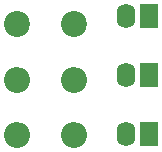
<source format=gbs>
G04 #@! TF.FileFunction,Soldermask,Bot*
%FSLAX46Y46*%
G04 Gerber Fmt 4.6, Leading zero omitted, Abs format (unit mm)*
G04 Created by KiCad (PCBNEW 4.0.7) date 06/06/18 08:36:06*
%MOMM*%
%LPD*%
G01*
G04 APERTURE LIST*
%ADD10C,0.100000*%
%ADD11O,2.200000X2.200000*%
%ADD12C,2.200000*%
%ADD13R,1.600000X2.100000*%
%ADD14O,1.600000X2.100000*%
G04 APERTURE END LIST*
D10*
D11*
X140400000Y-90500000D03*
D12*
X140400000Y-85800000D03*
D11*
X140400000Y-95200000D03*
D12*
X145230000Y-85800000D03*
D11*
X145230000Y-90500000D03*
X145230000Y-95200000D03*
D13*
X151600000Y-85100000D03*
D14*
X149600000Y-85100000D03*
D13*
X151600000Y-90050000D03*
D14*
X149600000Y-90050000D03*
D13*
X151600000Y-95050000D03*
D14*
X149600000Y-95050000D03*
M02*

</source>
